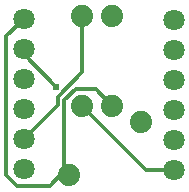
<source format=gbl>
G04 Layer: BottomLayer*
G04 EasyEDA v6.4.17, 2021-02-26T18:21:57--8:00*
G04 8b8fbf476556458dbc2708442f6af73b,8aa2c519e6c9466aa65df0ec0365893d,10*
G04 Gerber Generator version 0.2*
G04 Scale: 100 percent, Rotated: No, Reflected: No *
G04 Dimensions in millimeters *
G04 leading zeros omitted , absolute positions ,4 integer and 5 decimal *
%FSLAX45Y45*%
%MOMM*%

%ADD11C,0.3200*%
%ADD12C,0.6100*%
%ADD13C,1.8000*%
%ADD14C,1.8796*%

%LPD*%
D11*
X1625345Y-2817876D02*
G01*
X1660397Y-2852928D01*
X2029713Y-2264918D02*
G01*
X1889252Y-2124455D01*
X1720342Y-2124455D01*
X1625345Y-2219452D01*
X1625345Y-2817876D01*
X1625345Y-2817876D02*
G01*
X1503171Y-2940304D01*
X1226565Y-2940304D01*
X1133602Y-2847339D01*
X1133602Y-1678178D01*
X1280413Y-1531365D01*
X1552447Y-2102104D02*
G01*
X1280413Y-1830070D01*
X1280413Y-1785365D01*
X2552700Y-2806700D02*
G01*
X2317495Y-2806700D01*
X1775713Y-2264918D01*
X1775713Y-1502918D02*
G01*
X1775713Y-1980184D01*
X1568195Y-2187702D01*
X1568195Y-2259837D01*
X1280413Y-2547365D01*
D13*
G01*
X1280413Y-1531365D03*
G01*
X1280413Y-1785365D03*
G01*
X1280413Y-2039365D03*
G01*
X1280413Y-2293365D03*
G01*
X1280413Y-2547365D03*
G01*
X1280413Y-2801365D03*
D14*
G01*
X2029713Y-2264918D03*
G01*
X2029713Y-1502918D03*
G01*
X1775713Y-2264918D03*
G01*
X1775713Y-1502918D03*
G01*
X1660270Y-2852851D03*
G01*
X2276729Y-2404948D03*
D13*
G01*
X2552700Y-2552700D03*
G01*
X2552700Y-2806700D03*
G01*
X2552700Y-1536700D03*
G01*
X2552700Y-1790700D03*
G01*
X2552700Y-2044700D03*
G01*
X2552700Y-2298700D03*
D12*
G01*
X1552447Y-2102104D03*
M02*

</source>
